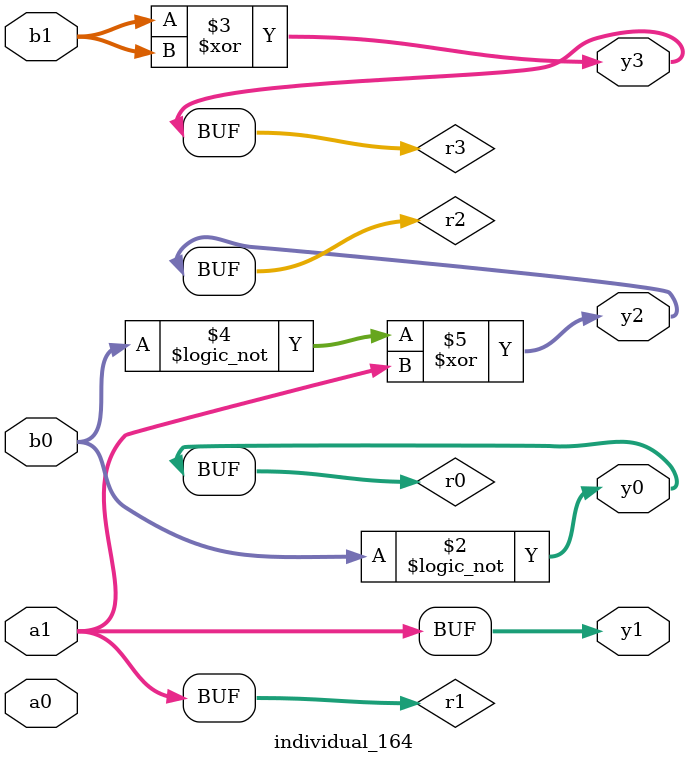
<source format=sv>
module individual_164(input logic [15:0] a1, input logic [15:0] a0, input logic [15:0] b1, input logic [15:0] b0, output logic [15:0] y3, output logic [15:0] y2, output logic [15:0] y1, output logic [15:0] y0);
logic [15:0] r0, r1, r2, r3; 
 always@(*) begin 
	 r0 = a0; r1 = a1; r2 = b0; r3 = b1; 
 	 r0 = ! r2 ;
 	 r3  ^=  r3 ;
 	 r2 = ! r2 ;
 	 r2  ^=  a1 ;
 	 y3 = r3; y2 = r2; y1 = r1; y0 = r0; 
end
endmodule
</source>
